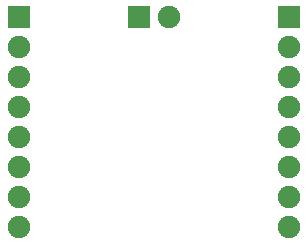
<source format=gbs>
%TF.GenerationSoftware,Altium Limited,Altium Designer,23.2.1 (34)*%
G04 Layer_Color=16711935*
%FSLAX45Y45*%
%MOMM*%
%TF.SameCoordinates,1935415B-2679-425B-B15E-09B645F885D3*%
%TF.FilePolarity,Negative*%
%TF.FileFunction,Soldermask,Bot*%
%TF.Part,Single*%
G01*
G75*
%TA.AperFunction,ComponentPad*%
%ADD26C,1.90320*%
%ADD27R,1.90320X1.90320*%
%ADD28R,1.90320X1.90320*%
D26*
X2453640Y-1442720D02*
D03*
Y-1188720D02*
D03*
X1437640Y-175260D02*
D03*
X167640Y-1950720D02*
D03*
Y-1696720D02*
D03*
Y-426720D02*
D03*
Y-680720D02*
D03*
Y-934720D02*
D03*
Y-1188720D02*
D03*
Y-1442720D02*
D03*
X2453640Y-1950720D02*
D03*
Y-1696720D02*
D03*
Y-426720D02*
D03*
Y-680720D02*
D03*
Y-934720D02*
D03*
D27*
X1183640Y-175260D02*
D03*
D28*
X167640Y-172720D02*
D03*
X2453640D02*
D03*
%TF.MD5,471ca85dbd869906452b81dee74c5866*%
M02*

</source>
